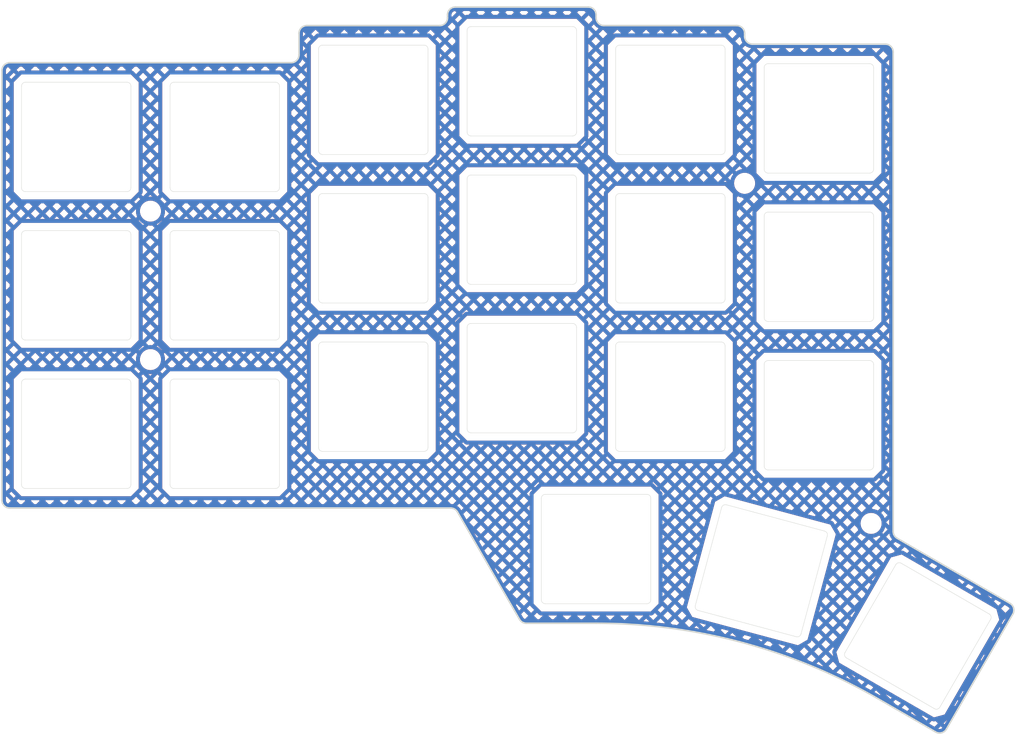
<source format=kicad_pcb>
(kicad_pcb (version 20221018) (generator pcbnew)
  (layers (0 "F.Cu" signal) (31 "B.Cu" signal) (34 "B.Paste" user) (35 "F.Paste" user) (36 "B.SilkS" user "B.Silkscreen") (37 "F.SilkS" user "F.Silkscreen") (38 "B.Mask" user) (39 "F.Mask" user) (44 "Edge.Cuts" user))
  (net 0 "")
  (footprint "one:KS-27_Cherry_MX_Plate_Cutout" (layer "F.Cu") (at 179.500075 102.615969)
    (fp_text reference "SW5" hide)
    (fp_text value "SW_SPST" hide)
    (fp_line (start -7 6.5) (end -7 -6.5) (stroke (width 0.05)) (layer "Edge.Cuts"))
    (fp_line (start -6.5 -7) (end 6.5 -7) (stroke (width 0.05)) (layer "Edge.Cuts"))
    (fp_line (start 6.5 7) (end -6.5 7) (stroke (width 0.05)) (layer "Edge.Cuts"))
    (fp_line (start 7 -6.5) (end 7 6.5) (stroke (width 0.05)) (layer "Edge.Cuts"))
    (fp_arc (start -7 -6.5) (mid -6.853553 -6.853553) (end -6.5 -7) (stroke (width 0.05)) (layer "Edge.Cuts"))
    (fp_arc (start -6.5 7) (mid -6.853553 6.853553) (end -7 6.5) (stroke (width 0.05)) (layer "Edge.Cuts"))
    (fp_arc (start 6.5 -7) (mid 6.853553 -6.853553) (end 7 -6.5) (stroke (width 0.05)) (layer "Edge.Cuts"))
    (fp_arc (start 7 6.5) (mid 6.853553 6.853553) (end 6.5 7) (stroke (width 0.05)) (layer "Edge.Cuts"))
    (zone (net 0) (net_name "") (layers "F&B.Cu") (connect_pads (clearance 0)) (min_thickness 0.25)
      (keepout (tracks allowed) (vias allowed) (pads allowed) (copperpour not_allowed) (footprints allowed))
      (fill (thermal_gap 0.5) (thermal_bridge_width 0.5))
      (polygon (pts (xy 172.500075 94.615969) (xy 186.500075 94.615969) (xy 187.500075 95.615969) (xy 187.500075 109.615969) (xy 186.500075 110.615969) (xy 172.500075 110.615969) (xy 171.500075 109.615969) (xy 171.500075 95.615969)))
    )
  )
  (footprint "one:KS-27_Cherry_MX_Plate_Cutout" (layer "F.Cu") (at 103.500075 104.990969)
    (fp_text reference "SW21" hide)
    (fp_text value "SW_SPST" hide)
    (fp_line (start -7 6.5) (end -7 -6.5) (stroke (width 0.05)) (layer "Edge.Cuts"))
    (fp_line (start -6.5 -7) (end 6.5 -7) (stroke (width 0.05)) (layer "Edge.Cuts"))
    (fp_line (start 6.5 7) (end -6.5 7) (stroke (width 0.05)) (layer "Edge.Cuts"))
    (fp_line (start 7 -6.5) (end 7 6.5) (stroke (width 0.05)) (layer "Edge.Cuts"))
    (fp_arc (start -7 -6.5) (mid -6.853553 -6.853553) (end -6.5 -7) (stroke (width 0.05)) (layer "Edge.Cuts"))
    (fp_arc (start -6.5 7) (mid -6.853553 6.853553) (end -7 6.5) (stroke (width 0.05)) (layer "Edge.Cuts"))
    (fp_arc (start 6.5 -7) (mid 6.853553 -6.853553) (end 7 -6.5) (stroke (width 0.05)) (layer "Edge.Cuts"))
    (fp_arc (start 7 6.5) (mid 6.853553 6.853553) (end 6.5 7) (stroke (width 0.05)) (layer "Edge.Cuts"))
    (zone (net 0) (net_name "") (layers "F&B.Cu") (connect_pads (clearance 0)) (min_thickness 0.25)
      (keepout (tracks allowed) (vias allowed) (pads allowed) (copperpour not_allowed) (footprints allowed))
      (fill (thermal_gap 0.5) (thermal_bridge_width 0.5))
      (polygon (pts (xy 96.500075 96.990969) (xy 110.500075 96.990969) (xy 111.500075 97.990969) (xy 111.500075 111.990969) (xy 110.500075 112.990969) (xy 96.500075 112.990969) (xy 95.500075 111.990969) (xy 95.500075 97.990969)))
    )
  )
  (footprint "one:KS-27_Cherry_MX_Plate_Cutout" (layer "F.Cu") (at 172.135151 122.523185 -15)
    (fp_text reference "SW12" hide)
    (fp_text value "SW_SPST" hide)
    (fp_line (start -7 6.5) (end -7 -6.5) (stroke (width 0.05)) (layer "Edge.Cuts"))
    (fp_line (start -6.5 -7) (end 6.5 -7) (stroke (width 0.05)) (layer "Edge.Cuts"))
    (fp_line (start 6.5 7) (end -6.5 7) (stroke (width 0.05)) (layer "Edge.Cuts"))
    (fp_line (start 7 -6.5) (end 7 6.5) (stroke (width 0.05)) (layer "Edge.Cuts"))
    (fp_arc (start -7 -6.5) (mid -6.853553 -6.853553) (end -6.5 -7) (stroke (width 0.05)) (layer "Edge.Cuts"))
    (fp_arc (start -6.5 7) (mid -6.853553 6.853553) (end -7 6.5) (stroke (width 0.05)) (layer "Edge.Cuts"))
    (fp_arc (start 6.5 -7) (mid 6.853553 -6.853553) (end 7 -6.5) (stroke (width 0.05)) (layer "Edge.Cuts"))
    (fp_arc (start 7 6.5) (mid 6.853553 6.853553) (end 6.5 7) (stroke (width 0.05)) (layer "Edge.Cuts"))
    (zone (net 0) (net_name "") (layers "F&B.Cu") (connect_pads (clearance 0)) (min_thickness 0.25)
      (keepout (tracks allowed) (vias allowed) (pads allowed) (copperpour not_allowed) (footprints allowed))
      (fill (thermal_gap 0.5) (thermal_bridge_width 0.5))
      (polygon (pts (xy 167.444223 112.984045) (xy 180.967184 116.607512) (xy 181.674291 117.832257) (xy 178.050824 131.355218) (xy 176.826079 132.062325) (xy 163.303118 128.438858) (xy 162.596011 127.214113) (xy 166.219478 113.691152)))
    )
  )
  (footprint "one:KS-27_Cherry_MX_Plate_Cutout" (layer "F.Cu") (at 141.500075 78.865969)
    (fp_text reference "SW10" hide)
    (fp_text value "SW_SPST" hide)
    (fp_line (start -7 6.5) (end -7 -6.5) (stroke (width 0.05)) (layer "Edge.Cuts"))
    (fp_line (start -6.5 -7) (end 6.5 -7) (stroke (width 0.05)) (layer "Edge.Cuts"))
    (fp_line (start 6.5 7) (end -6.5 7) (stroke (width 0.05)) (layer "Edge.Cuts"))
    (fp_line (start 7 -6.5) (end 7 6.5) (stroke (width 0.05)) (layer "Edge.Cuts"))
    (fp_arc (start -7 -6.5) (mid -6.853553 -6.853553) (end -6.5 -7) (stroke (width 0.05)) (layer "Edge.Cuts"))
    (fp_arc (start -6.5 7) (mid -6.853553 6.853553) (end -7 6.5) (stroke (width 0.05)) (layer "Edge.Cuts"))
    (fp_arc (start 6.5 -7) (mid 6.853553 -6.853553) (end 7 -6.5) (stroke (width 0.05)) (layer "Edge.Cuts"))
    (fp_arc (start 7 6.5) (mid 6.853553 6.853553) (end 6.5 7) (stroke (width 0.05)) (layer "Edge.Cuts"))
    (zone (net 0) (net_name "") (layers "F&B.Cu") (connect_pads (clearance 0)) (min_thickness 0.25)
      (keepout (tracks allowed) (vias allowed) (pads allowed) (copperpour not_allowed) (footprints allowed))
      (fill (thermal_gap 0.5) (thermal_bridge_width 0.5))
      (polygon (pts (xy 134.500075 70.865969) (xy 148.500075 70.865969) (xy 149.500075 71.865969) (xy 149.500075 85.865969) (xy 148.500075 86.865969) (xy 134.500075 86.865969) (xy 133.500075 85.865969) (xy 133.500075 71.865969)))
    )
  )
  (footprint "one:KS-27_Cherry_MX_Plate_Cutout" (layer "F.Cu") (at 160.500075 81.240969)
    (fp_text reference "SW16" hide)
    (fp_text value "SW_SPST" hide)
    (fp_line (start -7 6.5) (end -7 -6.5) (stroke (width 0.05)) (layer "Edge.Cuts"))
    (fp_line (start -6.5 -7) (end 6.5 -7) (stroke (width 0.05)) (layer "Edge.Cuts"))
    (fp_line (start 6.5 7) (end -6.5 7) (stroke (width 0.05)) (layer "Edge.Cuts"))
    (fp_line (start 7 -6.5) (end 7 6.5) (stroke (width 0.05)) (layer "Edge.Cuts"))
    (fp_arc (start -7 -6.5) (mid -6.853553 -6.853553) (end -6.5 -7) (stroke (width 0.05)) (layer "Edge.Cuts"))
    (fp_arc (start -6.5 7) (mid -6.853553 6.853553) (end -7 6.5) (stroke (width 0.05)) (layer "Edge.Cuts"))
    (fp_arc (start 6.5 -7) (mid 6.853553 -6.853553) (end 7 -6.5) (stroke (width 0.05)) (layer "Edge.Cuts"))
    (fp_arc (start 7 6.5) (mid 6.853553 6.853553) (end 6.5 7) (stroke (width 0.05)) (layer "Edge.Cuts"))
    (zone (net 0) (net_name "") (layers "F&B.Cu") (connect_pads (clearance 0)) (min_thickness 0.25)
      (keepout (tracks allowed) (vias allowed) (pads allowed) (copperpour not_allowed) (footprints allowed))
      (fill (thermal_gap 0.5) (thermal_bridge_width 0.5))
      (polygon (pts (xy 153.500075 73.240969) (xy 167.500075 73.240969) (xy 168.500075 74.240969) (xy 168.500075 88.240969) (xy 167.500075 89.240969) (xy 153.500075 89.240969) (xy 152.500075 88.240969) (xy 152.500075 74.240969)))
    )
  )
  (footprint "one:KS-27_Cherry_MX_Plate_Cutout" (layer "F.Cu") (at 103.500075 85.990969)
    (fp_text reference "SW20" hide)
    (fp_text value "SW_SPST" hide)
    (fp_line (start -7 6.5) (end -7 -6.5) (stroke (width 0.05)) (layer "Edge.Cuts"))
    (fp_line (start -6.5 -7) (end 6.5 -7) (stroke (width 0.05)) (layer "Edge.Cuts"))
    (fp_line (start 6.5 7) (end -6.5 7) (stroke (width 0.05)) (layer "Edge.Cuts"))
    (fp_line (start 7 -6.5) (end 7 6.5) (stroke (width 0.05)) (layer "Edge.Cuts"))
    (fp_arc (start -7 -6.5) (mid -6.853553 -6.853553) (end -6.5 -7) (stroke (width 0.05)) (layer "Edge.Cuts"))
    (fp_arc (start -6.5 7) (mid -6.853553 6.853553) (end -7 6.5) (stroke (width 0.05)) (layer "Edge.Cuts"))
    (fp_arc (start 6.5 -7) (mid 6.853553 -6.853553) (end 7 -6.5) (stroke (width 0.05)) (layer "Edge.Cuts"))
    (fp_arc (start 7 6.5) (mid 6.853553 6.853553) (end 6.5 7) (stroke (width 0.05)) (layer "Edge.Cuts"))
    (zone (net 0) (net_name "") (layers "F&B.Cu") (connect_pads (clearance 0)) (min_thickness 0.25)
      (keepout (tracks allowed) (vias allowed) (pads allowed) (copperpour not_allowed) (footprints allowed))
      (fill (thermal_gap 0.5) (thermal_bridge_width 0.5))
      (polygon (pts (xy 96.500075 77.990969) (xy 110.500075 77.990969) (xy 111.500075 78.990969) (xy 111.500075 92.990969) (xy 110.500075 93.990969) (xy 96.500075 93.990969) (xy 95.500075 92.990969) (xy 95.500075 78.990969)))
    )
  )
  (footprint "one:KS-27_Cherry_MX_Plate_Cutout" (layer "F.Cu") (at 84.500075 104.990969)
    (fp_text reference "SW13" hide)
    (fp_text value "SW_SPST" hide)
    (fp_line (start -7 6.5) (end -7 -6.5) (stroke (width 0.05)) (layer "Edge.Cuts"))
    (fp_line (start -6.5 -7) (end 6.5 -7) (stroke (width 0.05)) (layer "Edge.Cuts"))
    (fp_line (start 6.5 7) (end -6.5 7) (stroke (width 0.05)) (layer "Edge.Cuts"))
    (fp_line (start 7 -6.5) (end 7 6.5) (stroke (width 0.05)) (layer "Edge.Cuts"))
    (fp_arc (start -7 -6.5) (mid -6.853553 -6.853553) (end -6.5 -7) (stroke (width 0.05)) (layer "Edge.Cuts"))
    (fp_arc (start -6.5 7) (mid -6.853553 6.853553) (end -7 6.5) (stroke (width 0.05)) (layer "Edge.Cuts"))
    (fp_arc (start 6.5 -7) (mid 6.853553 -6.853553) (end 7 -6.5) (stroke (width 0.05)) (layer "Edge.Cuts"))
    (fp_arc (start 7 6.5) (mid 6.853553 6.853553) (end 6.5 7) (stroke (width 0.05)) (layer "Edge.Cuts"))
    (zone (net 0) (net_name "") (layers "F&B.Cu") (connect_pads (clearance 0)) (min_thickness 0.25)
      (keepout (tracks allowed) (vias allowed) (pads allowed) (copperpour not_allowed) (footprints allowed))
      (fill (thermal_gap 0.5) (thermal_bridge_width 0.5))
      (polygon (pts (xy 77.500075 96.990969) (xy 91.500075 96.990969) (xy 92.500075 97.990969) (xy 92.500075 111.990969) (xy 91.500075 112.990969) (xy 77.500075 112.990969) (xy 76.500075 111.990969) (xy 76.500075 97.990969)))
    )
  )
  (footprint "one:Hole_2.2mm" (layer "F.Cu") (at 186.182227 116.463136)
    (fp_text reference "H4" hide)
    (fp_text value "MountingHole" hide)
    (pad "" np_thru_hole circle (at 0 0 270) (size 2.2 2.2) (drill 2.2) (layers "F&B.Cu" "*.Mask"))
  )
  (footprint "one:KS-27_Cherry_MX_Plate_Cutout" (layer "F.Cu") (at 179.500075 83.615969)
    (fp_text reference "SW4" hide)
    (fp_text value "SW_SPST" hide)
    (fp_line (start -7 6.5) (end -7 -6.5) (stroke (width 0.05)) (layer "Edge.Cuts"))
    (fp_line (start -6.5 -7) (end 6.5 -7) (stroke (width 0.05)) (layer "Edge.Cuts"))
    (fp_line (start 6.5 7) (end -6.5 7) (stroke (width 0.05)) (layer "Edge.Cuts"))
    (fp_line (start 7 -6.5) (end 7 6.5) (stroke (width 0.05)) (layer "Edge.Cuts"))
    (fp_arc (start -7 -6.5) (mid -6.853553 -6.853553) (end -6.5 -7) (stroke (width 0.05)) (layer "Edge.Cuts"))
    (fp_arc (start -6.5 7) (mid -6.853553 6.853553) (end -7 6.5) (stroke (width 0.05)) (layer "Edge.Cuts"))
    (fp_arc (start 6.5 -7) (mid 6.853553 -6.853553) (end 7 -6.5) (stroke (width 0.05)) (layer "Edge.Cuts"))
    (fp_arc (start 7 6.5) (mid 6.853553 6.853553) (end 6.5 7) (stroke (width 0.05)) (layer "Edge.Cuts"))
    (zone (net 0) (net_name "") (layers "F&B.Cu") (connect_pads (clearance 0)) (min_thickness 0.25)
      (keepout (tracks allowed) (vias allowed) (pads allowed) (copperpour not_allowed) (footprints allowed))
      (fill (thermal_gap 0.5) (thermal_bridge_width 0.5))
      (polygon (pts (xy 172.500075 75.615969) (xy 186.500075 75.615969) (xy 187.500075 76.615969) (xy 187.500075 90.615969) (xy 186.500075 91.615969) (xy 172.500075 91.615969) (xy 171.500075 90.615969) (xy 171.500075 76.615969)))
    )
  )
  (footprint "one:KS-27_Cherry_MX_Plate_Cutout" (layer "F.Cu") (at 84.500075 85.990969)
    (fp_text reference "SW7" hide)
    (fp_text value "SW_SPST" hide)
    (fp_line (start -7 6.5) (end -7 -6.5) (stroke (width 0.05)) (layer "Edge.Cuts"))
    (fp_line (start -6.5 -7) (end 6.5 -7) (stroke (width 0.05)) (layer "Edge.Cuts"))
    (fp_line (start 6.5 7) (end -6.5 7) (stroke (width 0.05)) (layer "Edge.Cuts"))
    (fp_line (start 7 -6.5) (end 7 6.5) (stroke (width 0.05)) (layer "Edge.Cuts"))
    (fp_arc (start -7 -6.5) (mid -6.853553 -6.853553) (end -6.5 -7) (stroke (width 0.05)) (layer "Edge.Cuts"))
    (fp_arc (start -6.5 7) (mid -6.853553 6.853553) (end -7 6.5) (stroke (width 0.05)) (layer "Edge.Cuts"))
    (fp_arc (start 6.5 -7) (mid 6.853553 -6.853553) (end 7 -6.5) (stroke (width 0.05)) (layer "Edge.Cuts"))
    (fp_arc (start 7 6.5) (mid 6.853553 6.853553) (end 6.5 7) (stroke (width 0.05)) (layer "Edge.Cuts"))
    (zone (net 0) (net_name "") (layers "F&B.Cu") (connect_pads (clearance 0)) (min_thickness 0.25)
      (keepout (tracks allowed) (vias allowed) (pads allowed) (copperpour not_allowed) (footprints allowed))
      (fill (thermal_gap 0.5) (thermal_bridge_width 0.5))
      (polygon (pts (xy 77.500075 77.990969) (xy 91.500075 77.990969) (xy 92.500075 78.990969) (xy 92.500075 92.990969) (xy 91.500075 93.990969) (xy 77.500075 93.990969) (xy 76.500075 92.990969) (xy 76.500075 78.990969)))
    )
  )
  (footprint "one:KS-27_Cherry_MX_Plate_Cutout" (layer "F.Cu") (at 192.153612 130.867911 -30)
    (fp_text reference "SW6" hide)
    (fp_text value "SW_SPST" hide)
    (fp_line (start -7 6.5) (end -7 -6.5) (stroke (width 0.05)) (layer "Edge.Cuts"))
    (fp_line (start -6.5 -7) (end 6.5 -7) (stroke (width 0.05)) (layer "Edge.Cuts"))
    (fp_line (start 6.5 7) (end -6.5 7) (stroke (width 0.05)) (layer "Edge.Cuts"))
    (fp_line (start 7 -6.5) (end 7 6.5) (stroke (width 0.05)) (layer "Edge.Cuts"))
    (fp_arc (start -7 -6.5) (mid -6.853553 -6.853553) (end -6.5 -7) (stroke (width 0.05)) (layer "Edge.Cuts"))
    (fp_arc (start -6.5 7) (mid -6.853553 6.853553) (end -7 6.5) (stroke (width 0.05)) (layer "Edge.Cuts"))
    (fp_arc (start 6.5 -7) (mid 6.853553 -6.853553) (end 7 -6.5) (stroke (width 0.05)) (layer "Edge.Cuts"))
    (fp_arc (start 7 6.5) (mid 6.853553 6.853553) (end 6.5 7) (stroke (width 0.05)) (layer "Edge.Cuts"))
    (zone (net 0) (net_name "") (layers "F&B.Cu") (connect_pads (clearance 0)) (min_thickness 0.25)
      (keepout (tracks allowed) (vias allowed) (pads allowed) (copperpour not_allowed) (footprints allowed))
      (fill (thermal_gap 0.5) (thermal_bridge_width 0.5))
      (polygon (pts (xy 190.091434 120.439708) (xy 202.21579 127.439708) (xy 202.581815 128.805733) (xy 195.581815 140.930089) (xy 194.21579 141.296114) (xy 182.091434 134.296114) (xy 181.725409 132.930089) (xy 188.725409 120.805733)))
    )
  )
  (footprint "one:KS-27_Cherry_MX_Plate_Cutout" (layer "F.Cu") (at 160.500075 100.240969)
    (fp_text reference "SW17" hide)
    (fp_text value "SW_SPST" hide)
    (fp_line (start -7 6.5) (end -7 -6.5) (stroke (width 0.05)) (layer "Edge.Cuts"))
    (fp_line (start -6.5 -7) (end 6.5 -7) (stroke (width 0.05)) (layer "Edge.Cuts"))
    (fp_line (start 6.5 7) (end -6.5 7) (stroke (width 0.05)) (layer "Edge.Cuts"))
    (fp_line (start 7 -6.5) (end 7 6.5) (stroke (width 0.05)) (layer "Edge.Cuts"))
    (fp_arc (start -7 -6.5) (mid -6.853553 -6.853553) (end -6.5 -7) (stroke (width 0.05)) (layer "Edge.Cuts"))
    (fp_arc (start -6.5 7) (mid -6.853553 6.853553) (end -7 6.5) (stroke (width 0.05)) (layer "Edge.Cuts"))
    (fp_arc (start 6.5 -7) (mid 6.853553 -6.853553) (end 7 -6.5) (stroke (width 0.05)) (layer "Edge.Cuts"))
    (fp_arc (start 7 6.5) (mid 6.853553 6.853553) (end 6.5 7) (stroke (width 0.05)) (layer "Edge.Cuts"))
    (zone (net 0) (net_name "") (layers "F&B.Cu") (connect_pads (clearance 0)) (min_thickness 0.25)
      (keepout (tracks allowed) (vias allowed) (pads allowed) (copperpour not_allowed) (footprints allowed))
      (fill (thermal_gap 0.5) (thermal_bridge_width 0.5))
      (polygon (pts (xy 153.500075 92.240969) (xy 167.500075 92.240969) (xy 168.500075 93.240969) (xy 168.500075 107.240969) (xy 167.500075 108.240969) (xy 153.500075 108.240969) (xy 152.500075 107.240969) (xy 152.500075 93.240969)))
    )
  )
  (footprint "one:KS-27_Cherry_MX_Plate_Cutout" (layer "F.Cu") (at 179.500075 64.615969)
    (fp_text reference "SW3" hide)
    (fp_text value "SW_SPST" hide)
    (fp_line (start -7 6.5) (end -7 -6.5) (stroke (width 0.05)) (layer "Edge.Cuts"))
    (fp_line (start -6.5 -7) (end 6.5 -7) (stroke (width 0.05)) (layer "Edge.Cuts"))
    (fp_line (start 6.5 7) (end -6.5 7) (stroke (width 0.05)) (layer "Edge.Cuts"))
    (fp_line (start 7 -6.5) (end 7 6.5) (stroke (width 0.05)) (layer "Edge.Cuts"))
    (fp_arc (start -7 -6.5) (mid -6.853553 -6.853553) (end -6.5 -7) (stroke (width 0.05)) (layer "Edge.Cuts"))
    (fp_arc (start -6.5 7) (mid -6.853553 6.853553) (end -7 6.5) (stroke (width 0.05)) (layer "Edge.Cuts"))
    (fp_arc (start 6.5 -7) (mid 6.853553 -6.853553) (end 7 -6.5) (stroke (width 0.05)) (layer "Edge.Cuts"))
    (fp_arc (start 7 6.5) (mid 6.853553 6.853553) (end 6.5 7) (stroke (width 0.05)) (layer "Edge.Cuts"))
    (zone (net 0) (net_name "") (layers "F&B.Cu") (connect_pads (clearance 0)) (min_thickness 0.25)
      (keepout (tracks allowed) (vias allowed) (pads allowed) (copperpour not_allowed) (footprints allowed))
      (fill (thermal_gap 0.5) (thermal_bridge_width 0.5))
      (polygon (pts (xy 172.500075 56.615969) (xy 186.500075 56.615969) (xy 187.500075 57.615969) (xy 187.500075 71.615969) (xy 186.500075 72.615969) (xy 172.500075 72.615969) (xy 171.500075 71.615969) (xy 171.500075 57.615969)))
    )
  )
  (footprint "one:KS-27_Cherry_MX_Plate_Cutout" (layer "F.Cu") (at 151.000075 119.740699)
    (fp_text reference "SW11" hide)
    (fp_text value "SW_SPST" hide)
    (fp_line (start -7 6.5) (end -7 -6.5) (stroke (width 0.05)) (layer "Edge.Cuts"))
    (fp_line (start -6.5 -7) (end 6.5 -7) (stroke (width 0.05)) (layer "Edge.Cuts"))
    (fp_line (start 6.5 7) (end -6.5 7) (stroke (width 0.05)) (layer "Edge.Cuts"))
    (fp_line (start 7 -6.5) (end 7 6.5) (stroke (width 0.05)) (layer "Edge.Cuts"))
    (fp_arc (start -7 -6.5) (mid -6.853553 -6.853553) (end -6.5 -7) (stroke (width 0.05)) (layer "Edge.Cuts"))
    (fp_arc (start -6.5 7) (mid -6.853553 6.853553) (end -7 6.5) (stroke (width 0.05)) (layer "Edge.Cuts"))
    (fp_arc (start 6.5 -7) (mid 6.853553 -6.853553) (end 7 -6.5) (stroke (width 0.05)) (layer "Edge.Cuts"))
    (fp_arc (start 7 6.5) (mid 6.853553 6.853553) (end 6.5 7) (stroke (width 0.05)) (layer "Edge.Cuts"))
    (zone (net 0) (net_name "") (layers "F&B.Cu") (connect_pads (clearance 0)) (min_thickness 0.25)
      (keepout (tracks allowed) (vias allowed) (pads allowed) (copperpour not_allowed) (footprints allowed))
      (fill (thermal_gap 0.5) (thermal_bridge_width 0.5))
      (polygon (pts (xy 144.000075 111.740699) (xy 158.000075 111.740699) (xy 159.000075 112.740699) (xy 159.000075 126.740699) (xy 158.000075 127.740699) (xy 144.000075 127.740699) (xy 143.000075 126.740699) (xy 143.000075 112.740699)))
    )
  )
  (footprint "one:KS-27_Cherry_MX_Plate_Cutout" (layer "F.Cu") (at 122.500075 81.240969)
    (fp_text reference "SW8" hide)
    (fp_text value "SW_SPST" hide)
    (fp_line (start -7 6.5) (end -7 -6.5) (stroke (width 0.05)) (layer "Edge.Cuts"))
    (fp_line (start -6.5 -7) (end 6.5 -7) (stroke (width 0.05)) (layer "Edge.Cuts"))
    (fp_line (start 6.5 7) (end -6.5 7) (stroke (width 0.05)) (layer "Edge.Cuts"))
    (fp_line (start 7 -6.5) (end 7 6.5) (stroke (width 0.05)) (layer "Edge.Cuts"))
    (fp_arc (start -7 -6.5) (mid -6.853553 -6.853553) (end -6.5 -7) (stroke (width 0.05)) (layer "Edge.Cuts"))
    (fp_arc (start -6.5 7) (mid -6.853553 6.853553) (end -7 6.5) (stroke (width 0.05)) (layer "Edge.Cuts"))
    (fp_arc (start 6.5 -7) (mid 6.853553 -6.853553) (end 7 -6.5) (stroke (width 0.05)) (layer "Edge.Cuts"))
    (fp_arc (start 7 6.5) (mid 6.853553 6.853553) (end 6.5 7) (stroke (width 0.05)) (layer "Edge.Cuts"))
    (zone (net 0) (net_name "") (layers "F&B.Cu") (connect_pads (clearance 0)) (min_thickness 0.25)
      (keepout (tracks allowed) (vias allowed) (pads allowed) (copperpour not_allowed) (footprints allowed))
      (fill (thermal_gap 0.5) (thermal_bridge_width 0.5))
      (polygon (pts (xy 115.500075 73.240969) (xy 129.500075 73.240969) (xy 130.500075 74.240969) (xy 130.500075 88.240969) (xy 129.500075 89.240969) (xy 115.500075 89.240969) (xy 114.500075 88.240969) (xy 114.500075 74.240969)))
    )
  )
  (footprint "one:Hole_2.2mm" (layer "F.Cu") (at 94.000075 95.490969)
    (fp_text reference "H2" hide)
    (fp_text value "MountingHole" hide)
    (pad "" np_thru_hole circle (at 0 0 270) (size 2.2 2.2) (drill 2.2) (layers "F&B.Cu" "*.Mask"))
  )
  (footprint "one:KS-27_Cherry_MX_Plate_Cutout" (layer "F.Cu") (at 160.500075 62.240969)
    (fp_text reference "SW15" hide)
    (fp_text value "SW_SPST" hide)
    (fp_line (start -7 6.5) (end -7 -6.5) (stroke (width 0.05)) (layer "Edge.Cuts"))
    (fp_line (start -6.5 -7) (end 6.5 -7) (stroke (width 0.05)) (layer "Edge.Cuts"))
    (fp_line (start 6.5 7) (end -6.5 7) (stroke (width 0.05)) (layer "Edge.Cuts"))
    (fp_line (start 7 -6.5) (end 7 6.5) (stroke (width 0.05)) (layer "Edge.Cuts"))
    (fp_arc (start -7 -6.5) (mid -6.853553 -6.853553) (end -6.5 -7) (stroke (width 0.05)) (layer "Edge.Cuts"))
    (fp_arc (start -6.5 7) (mid -6.853553 6.853553) (end -7 6.5) (stroke (width 0.05)) (layer "Edge.Cuts"))
    (fp_arc (start 6.5 -7) (mid 6.853553 -6.853553) (end 7 -6.5) (stroke (width 0.05)) (layer "Edge.Cuts"))
    (fp_arc (start 7 6.5) (mid 6.853553 6.853553) (end 6.5 7) (stroke (width 0.05)) (layer "Edge.Cuts"))
    (zone (net 0) (net_name "") (layers "F&B.Cu") (connect_pads (clearance 0)) (min_thickness 0.25)
      (keepout (tracks allowed) (vias allowed) (pads allowed) (copperpour not_allowed) (footprints allowed))
      (fill (thermal_gap 0.5) (thermal_bridge_width 0.5))
      (polygon (pts (xy 153.500075 54.240969) (xy 167.500075 54.240969) (xy 168.500075 55.240969) (xy 168.500075 69.240969) (xy 167.500075 70.240969) (xy 153.500075 70.240969) (xy 152.500075 69.240969) (xy 152.500075 55.240969)))
    )
  )
  (footprint "one:KS-27_Cherry_MX_Plate_Cutout" (layer "F.Cu") (at 122.500075 100.240969)
    (fp_text reference "SW2" hide)
    (fp_text value "SW_SPST" hide)
    (fp_line (start -7 6.5) (end -7 -6.5) (stroke (width 0.05)) (layer "Edge.Cuts"))
    (fp_line (start -6.5 -7) (end 6.5 -7) (stroke (width 0.05)) (layer "Edge.Cuts"))
    (fp_line (start 6.5 7) (end -6.5 7) (stroke (width 0.05)) (layer "Edge.Cuts"))
    (fp_line (start 7 -6.5) (end 7 6.5) (stroke (width 0.05)) (layer "Edge.Cuts"))
    (fp_arc (start -7 -6.5) (mid -6.853553 -6.853553) (end -6.5 -7) (stroke (width 0.05)) (layer "Edge.Cuts"))
    (fp_arc (start -6.5 7) (mid -6.853553 6.853553) (end -7 6.5) (stroke (width 0.05)) (layer "Edge.Cuts"))
    (fp_arc (start 6.5 -7) (mid 6.853553 -6.853553) (end 7 -6.5) (stroke (width 0.05)) (layer "Edge.Cuts"))
    (fp_arc (start 7 6.5) (mid 6.853553 6.853553) (end 6.5 7) (stroke (width 0.05)) (layer "Edge.Cuts"))
    (zone (net 0) (net_name "") (layers "F&B.Cu") (connect_pads (clearance 0)) (min_thickness 0.25)
      (keepout (tracks allowed) (vias allowed) (pads allowed) (copperpour not_allowed) (footprints allowed))
      (fill (thermal_gap 0.5) (thermal_bridge_width 0.5))
      (polygon (pts (xy 115.500075 92.240969) (xy 129.500075 92.240969) (xy 130.500075 93.240969) (xy 130.500075 107.240969) (xy 129.500075 108.240969) (xy 115.500075 108.240969) (xy 114.500075 107.240969) (xy 114.500075 93.240969)))
    )
  )
  (footprint "one:Hole_2.2mm" (layer "F.Cu") (at 94.000075 76.490969)
    (fp_text reference "H1" hide)
    (fp_text value "MountingHole" hide)
    (pad "" np_thru_hole circle (at 0 0 270) (size 2.2 2.2) (drill 2.2) (layers "F&B.Cu" "*.Mask"))
  )
  (footprint "one:KS-27_Cherry_MX_Plate_Cutout" (layer "F.Cu") (at 84.500075 66.990969)
    (fp_text reference "SW1" hide)
    (fp_text value "SW_SPST" hide)
    (fp_line (start -7 6.5) (end -7 -6.5) (stroke (width 0.05)) (layer "Edge.Cuts"))
    (fp_line (start -6.5 -7) (end 6.5 -7) (stroke (width 0.05)) (layer "Edge.Cuts"))
    (fp_line (start 6.5 7) (end -6.5 7) (stroke (width 0.05)) (layer "Edge.Cuts"))
    (fp_line (start 7 -6.5) (end 7 6.5) (stroke (width 0.05)) (layer "Edge.Cuts"))
    (fp_arc (start -7 -6.5) (mid -6.853553 -6.853553) (end -6.5 -7) (stroke (width 0.05)) (layer "Edge.Cuts"))
    (fp_arc (start -6.5 7) (mid -6.853553 6.853553) (end -7 6.5) (stroke (width 0.05)) (layer "Edge.Cuts"))
    (fp_arc (start 6.5 -7) (mid 6.853553 -6.853553) (end 7 -6.5) (stroke (width 0.05)) (layer "Edge.Cuts"))
    (fp_arc (start 7 6.5) (mid 6.853553 6.853553) (end 6.5 7) (stroke (width 0.05)) (layer "Edge.Cuts"))
    (zone (net 0) (net_name "") (layers "F&B.Cu") (connect_pads (clearance 0)) (min_thickness 0.25)
      (keepout (tracks allowed) (vias allowed) (pads allowed) (copperpour not_allowed) (footprints allowed))
      (fill (thermal_gap 0.5) (thermal_bridge_width 0.5))
      (polygon (pts (xy 77.500075 58.990969) (xy 91.500075 58.990969) (xy 92.500075 59.990969) (xy 92.500075 73.990969) (xy 91.500075 74.990969) (xy 77.500075 74.990969) (xy 76.500075 73.990969) (xy 76.500075 59.990969)))
    )
  )
  (footprint "one:Hole_2.2mm" (layer "F.Cu") (at 170.000075 72.928469)
    (fp_text reference "H3" hide)
    (fp_text value "MountingHole" hide)
    (pad "" np_thru_hole circle (at 0 0 270) (size 2.2 2.2) (drill 2.2) (layers "F&B.Cu" "*.Mask"))
  )
  (footprint "one:KS-27_Cherry_MX_Plate_Cutout" (layer "F.Cu") (at 122.500075 62.240969)
    (fp_text reference "SW14" hide)
    (fp_text value "SW_SPST" hide)
    (fp_line (start -7 6.5) (end -7 -6.5) (stroke (width 0.05)) (layer "Edge.Cuts"))
    (fp_line (start -6.5 -7) (end 6.5 -7) (stroke (width 0.05)) (layer "Edge.Cuts"))
    (fp_line (start 6.5 7) (end -6.5 7) (stroke (width 0.05)) (layer "Edge.Cuts"))
    (fp_line (start 7 -6.5) (end 7 6.5) (stroke (width 0.05)) (layer "Edge.Cuts"))
    (fp_arc (start -7 -6.5) (mid -6.853553 -6.853553) (end -6.5 -7) (stroke (width 0.05)) (layer "Edge.Cuts"))
    (fp_arc (start -6.5 7) (mid -6.853553 6.853553) (end -7 6.5) (stroke (width 0.05)) (layer "Edge.Cuts"))
    (fp_arc (start 6.5 -7) (mid 6.853553 -6.853553) (end 7 -6.5) (stroke (width 0.05)) (layer "Edge.Cuts"))
    (fp_arc (start 7 6.5) (mid 6.853553 6.853553) (end 6.5 7) (stroke (width 0.05)) (layer "Edge.Cuts"))
    (zone (net 0) (net_name "") (layers "F&B.Cu") (connect_pads (clearance 0)) (min_thickness 0.25)
      (keepout (tracks allowed) (vias allowed) (pads allowed) (copperpour not_allowed) (footprints allowed))
      (fill (thermal_gap 0.5) (thermal_bridge_width 0.5))
      (polygon (pts (xy 115.500075 54.240969) (xy 129.500075 54.240969) (xy 130.500075 55.240969) (xy 130.500075 69.240969) (xy 129.500075 70.240969) (xy 115.500075 70.240969) (xy 114.500075 69.240969) (xy 114.500075 55.240969)))
    )
  )
  (footprint "one:KS-27_Cherry_MX_Plate_Cutout" (layer "F.Cu") (at 103.500075 66.990969)
    (fp_text reference "SW19" hide)
    (fp_text value "SW_SPST" hide)
    (fp_line (start -7 6.5) (end -7 -6.5) (stroke (width 0.05)) (layer "Edge.Cuts"))
    (fp_line (start -6.5 -7) (end 6.5 -7) (stroke (width 0.05)) (layer "Edge.Cuts"))
    (fp_line (start 6.5 7) (end -6.5 7) (stroke (width 0.05)) (layer "Edge.Cuts"))
    (fp_line (start 7 -6.5) (end 7 6.5) (stroke (width 0.05)) (layer "Edge.Cuts"))
    (fp_arc (start -7 -6.5) (mid -6.853553 -6.853553) (end -6.5 -7) (stroke (width 0.05)) (layer "Edge.Cuts"))
    (fp_arc (start -6.5 7) (mid -6.853553 6.853553) (end -7 6.5) (stroke (width 0.05)) (layer "Edge.Cuts"))
    (fp_arc (start 6.5 -7) (mid 6.853553 -6.853553) (end 7 -6.5) (stroke (width 0.05)) (layer "Edge.Cuts"))
    (fp_arc (start 7 6.5) (mid 6.853553 6.853553) (end 6.5 7) (stroke (width 0.05)) (layer "Edge.Cuts"))
    (zone (net 0) (net_name "") (layers "F&B.Cu") (connect_pads (clearance 0)) (min_thickness 0.25)
      (keepout (tracks allowed) (vias allowed) (pads allowed) (copperpour not_allowed) (footprints allowed))
      (fill (thermal_gap 0.5) (thermal_bridge_width 0.5))
      (polygon (pts (xy 96.500075 58.990969) (xy 110.500075 58.990969) (xy 111.500075 59.990969) (xy 111.500075 73.990969) (xy 110.500075 74.990969) (xy 96.500075 74.990969) (xy 95.500075 73.990969) (xy 95.500075 59.990969)))
    )
  )
  (footprint "one:KS-27_Cherry_MX_Plate_Cutout" (layer "F.Cu") (at 141.500075 97.865969)
    (fp_text reference "SW18" hide)
    (fp_text value "SW_SPST" hide)
    (fp_line (start -7 6.5) (end -7 -6.5) (stroke (width 0.05)) (layer "Edge.Cuts"))
    (fp_line (start -6.5 -7) (end 6.5 -7) (stroke (width 0.05)) (layer "Edge.Cuts"))
    (fp_line (start 6.5 7) (end -6.5 7) (stroke (width 0.05)) (layer "Edge.Cuts"))
    (fp_line (start 7 -6.5) (end 7 6.5) (stroke (width 0.05)) (layer "Edge.Cuts"))
    (fp_arc (start -7 -6.5) (mid -6.853553 -6.853553) (end -6.5 -7) (stroke (width 0.05)) (layer "Edge.Cuts"))
    (fp_arc (start -6.5 7) (mid -6.853553 6.853553) (end -7 6.5) (stroke (width 0.05)) (layer "Edge.Cuts"))
    (fp_arc (start 6.5 -7) (mid 6.853553 -6.853553) (end 7 -6.5) (stroke (width 0.05)) (layer "Edge.Cuts"))
    (fp_arc (start 7 6.5) (mid 6.853553 6.853553) (end 6.5 7) (stroke (width 0.05)) (layer "Edge.Cuts"))
    (zone (net 0) (net_name "") (layers "F&B.Cu") (connect_pads (clearance 0)) (min_thickness 0.25)
      (keepout (tracks allowed) (vias allowed) (pads allowed) (copperpour not_allowed) (footprints allowed))
      (fill (thermal_gap 0.5) (thermal_bridge_width 0.5))
      (polygon (pts (xy 134.500075 89.865969) (xy 148.500075 89.865969) (xy 149.500075 90.865969) (xy 149.500075 104.865969) (xy 148.500075 105.865969) (xy 134.500075 105.865969) (xy 133.500075 104.865969) (xy 133.500075 90.865969)))
    )
  )
  (footprint "one:KS-27_Cherry_MX_Plate_Cutout" (layer "F.Cu") (at 141.500075 59.865969)
    (fp_text reference "SW9" hide)
    (fp_text value "SW_SPST" hide)
    (fp_line (start -7 6.5) (end -7 -6.5) (stroke (width 0.05)) (layer "Edge.Cuts"))
    (fp_line (start -6.5 -7) (end 6.5 -7) (stroke (width 0.05)) (layer "Edge.Cuts"))
    (fp_line (start 6.5 7) (end -6.5 7) (stroke (width 0.05)) (layer "Edge.Cuts"))
    (fp_line (start 7 -6.5) (end 7 6.5) (stroke (width 0.05)) (layer "Edge.Cuts"))
    (fp_arc (start -7 -6.5) (mid -6.853553 -6.853553) (end -6.5 -7) (stroke (width 0.05)) (layer "Edge.Cuts"))
    (fp_arc (start -6.5 7) (mid -6.853553 6.853553) (end -7 6.5) (stroke (width 0.05)) (layer "Edge.Cuts"))
    (fp_arc (start 6.5 -7) (mid 6.853553 -6.853553) (end 7 -6.5) (stroke (width 0.05)) (layer "Edge.Cuts"))
    (fp_arc (start 7 6.5) (mid 6.853553 6.853553) (end 6.5 7) (stroke (width 0.05)) (layer "Edge.Cuts"))
    (zone (net 0) (net_name "") (layers "F&B.Cu") (connect_pads (clearance 0)) (min_thickness 0.25)
      (keepout (tracks allowed) (vias allowed) (pads allowed) (copperpour not_allowed) (footprints allowed))
      (fill (thermal_gap 0.5) (thermal_bridge_width 0.5))
      (polygon (pts (xy 134.500075 51.865969) (xy 148.500075 51.865969) (xy 149.500075 52.865969) (xy 149.500075 66.865969) (xy 148.500075 67.865969) (xy 134.500075 67.865969) (xy 133.500075 66.865969) (xy 133.500075 52.865969)))
    )
  )
  (gr_line (start 203.941123 126.703778) (end 189.500075 118.366235) (stroke (width 0.2)) (layer "Edge.Cuts"))
  (gr_line (start 132.000075 51.365969) (end 132.000075 51.740969) (stroke (width 0.2)) (layer "Edge.Cuts"))
  (gr_arc (start 113.000075 53.740969) (mid 113.292965 53.033857) (end 114.000075 52.740969) (stroke (width 0.2)) (layer "Edge.Cuts"))
  (gr_arc (start 188.000075 55.115969) (mid 188.707179 55.408863) (end 189.000075 56.115969) (stroke (width 0.2)) (layer "Edge.Cuts"))
  (gr_line (start 170.000075 54.115969) (end 170.000075 53.740969) (stroke (width 0.2)) (layer "Edge.Cuts"))
  (gr_line (start 112.000075 57.490969) (end 76.000075 57.490969) (stroke (width 0.2)) (layer "Edge.Cuts"))
  (gr_arc (start 195.807148 142.792236) (mid 195.199937 143.258205) (end 194.441123 143.158261) (stroke (width 0.2)) (layer "Edge.Cuts"))
  (gr_arc (start 152.000075 52.740969) (mid 151.292965 52.448076) (end 151.000075 51.740969) (stroke (width 0.2)) (layer "Edge.Cuts"))
  (gr_arc (start 151.000075 129.240699) (mid 169.67637 131.69948) (end 187.079907 138.908261) (stroke (width 0.2)) (layer "Edge.Cuts"))
  (gr_arc (start 142.077425 129.240699) (mid 141.577403 129.106746) (end 141.2114 128.740699) (stroke (width 0.2)) (layer "Edge.Cuts"))
  (gr_line (start 76.000075 114.490969) (end 132.406964 114.490969) (stroke (width 0.2)) (layer "Edge.Cuts"))
  (gr_line (start 188.000075 55.115969) (end 171.000075 55.115969) (stroke (width 0.2)) (layer "Edge.Cuts"))
  (gr_arc (start 113.000075 56.490969) (mid 112.707179 57.198071) (end 112.000075 57.490969) (stroke (width 0.2)) (layer "Edge.Cuts"))
  (gr_line (start 113.000075 53.740969) (end 113.000075 56.490969) (stroke (width 0.2)) (layer "Edge.Cuts"))
  (gr_arc (start 171.000075 55.115969) (mid 170.292965 54.823076) (end 170.000075 54.115969) (stroke (width 0.2)) (layer "Edge.Cuts"))
  (gr_arc (start 132.000075 51.740969) (mid 131.707179 52.448071) (end 131.000075 52.740969) (stroke (width 0.2)) (layer "Edge.Cuts"))
  (gr_arc (start 75.000075 58.490969) (mid 75.292965 57.783857) (end 76.000075 57.490969) (stroke (width 0.2)) (layer "Edge.Cuts"))
  (gr_line (start 133.272989 114.990969) (end 141.2114 128.740699) (stroke (width 0.2)) (layer "Edge.Cuts"))
  (gr_line (start 131.000075 52.740969) (end 114.000075 52.740969) (stroke (width 0.2)) (layer "Edge.Cuts"))
  (gr_line (start 187.079907 138.908261) (end 194.441123 143.158261) (stroke (width 0.2)) (layer "Edge.Cuts"))
  (gr_arc (start 189.500075 118.366235) (mid 189.134031 118.000214) (end 189.000075 117.50021) (stroke (width 0.2)) (layer "Edge.Cuts"))
  (gr_line (start 189.000075 117.50021) (end 189.000075 56.115969) (stroke (width 0.2)) (layer "Edge.Cuts"))
  (gr_line (start 75.000075 58.490969) (end 75.000075 113.490969) (stroke (width 0.2)) (layer "Edge.Cuts"))
  (gr_arc (start 203.941123 126.703778) (mid 204.406998 127.310982) (end 204.307148 128.069804) (stroke (width 0.2)) (layer "Edge.Cuts"))
  (gr_arc (start 132.406964 114.490969) (mid 132.906967 114.62494) (end 133.272989 114.990969) (stroke (width 0.2)) (layer "Edge.Cuts"))
  (gr_arc (start 76.000075 114.490969) (mid 75.292965 114.198076) (end 75.000075 113.490969) (stroke (width 0.2)) (layer "Edge.Cuts"))
  (gr_arc (start 150.000075 50.365969) (mid 150.707179 50.658863) (end 151.000075 51.365969) (stroke (width 0.2)) (layer "Edge.Cuts"))
  (gr_line (start 151.000075 51.740969) (end 151.000075 51.365969) (stroke (width 0.2)) (layer "Edge.Cuts"))
  (gr_line (start 195.807148 142.792236) (end 204.307148 128.069804) (stroke (width 0.2)) (layer "Edge.Cuts"))
  (gr_line (start 150.000075 50.365969) (end 133.000075 50.365969) (stroke (width 0.2)) (layer "Edge.Cuts"))
  (gr_line (start 169.000075 52.740969) (end 152.000075 52.740969) (stroke (width 0.2)) (layer "Edge.Cuts"))
  (gr_line (start 142.077425 129.240699) (end 151.000075 129.240699) (stroke (width 0.2)) (layer "Edge.Cuts"))
  (gr_arc (start 132.000075 51.365969) (mid 132.292965 50.658857) (end 133.000075 50.365969) (stroke (width 0.2)) (layer "Edge.Cuts"))
  (gr_arc (start 169.000075 52.740969) (mid 169.707179 53.033863) (end 170.000075 53.740969) (stroke (width 0.2)) (layer "Edge.Cuts"))
  (zone (net 0) (net_name "") (layers "F&B.Cu") (connect_pads (clearance 0.2)) (min_thickness 0.25) (fill yes (mode hatch) (thermal_gap 0.5) (thermal_bridge_width 0.5) (island_removal_mode 1) (island_area_min 10) (hatch_thickness 0.5) (hatch_gap 0.8) (hatch_orientation 45) (hatch_border_algorithm hatch_thickness) (hatch_min_hole_area 0.3))
    (polygon (pts (xy 74.750025 49.463136) (xy 205.750025 49.463136) (xy 205.750025 143.463136) (xy 74.750025 143.463136)))
  )
)
</source>
